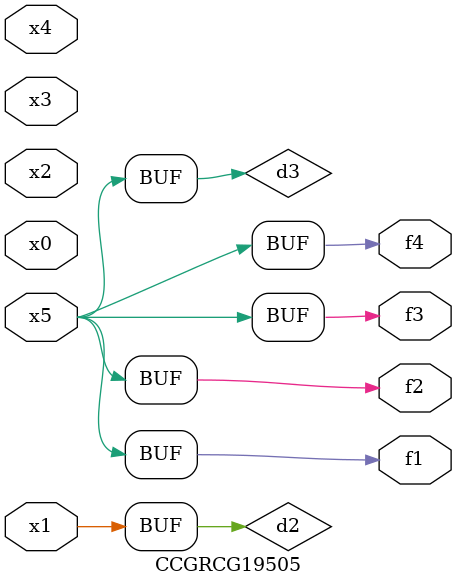
<source format=v>
module CCGRCG19505(
	input x0, x1, x2, x3, x4, x5,
	output f1, f2, f3, f4
);

	wire d1, d2, d3;

	not (d1, x5);
	or (d2, x1);
	xnor (d3, d1);
	assign f1 = d3;
	assign f2 = d3;
	assign f3 = d3;
	assign f4 = d3;
endmodule

</source>
